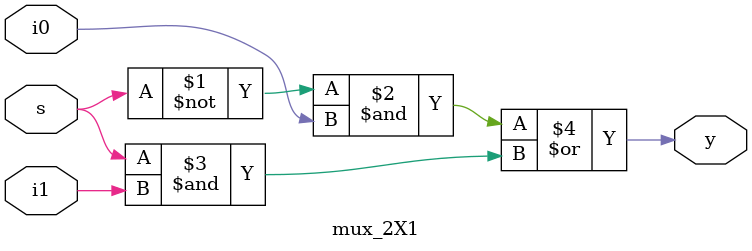
<source format=v>
`timescale 1ns / 1ps


module mux_2X1(
    input i0,i1,s,
    output y
    );
    
    assign y=~s&i0|(s&i1);
endmodule

</source>
